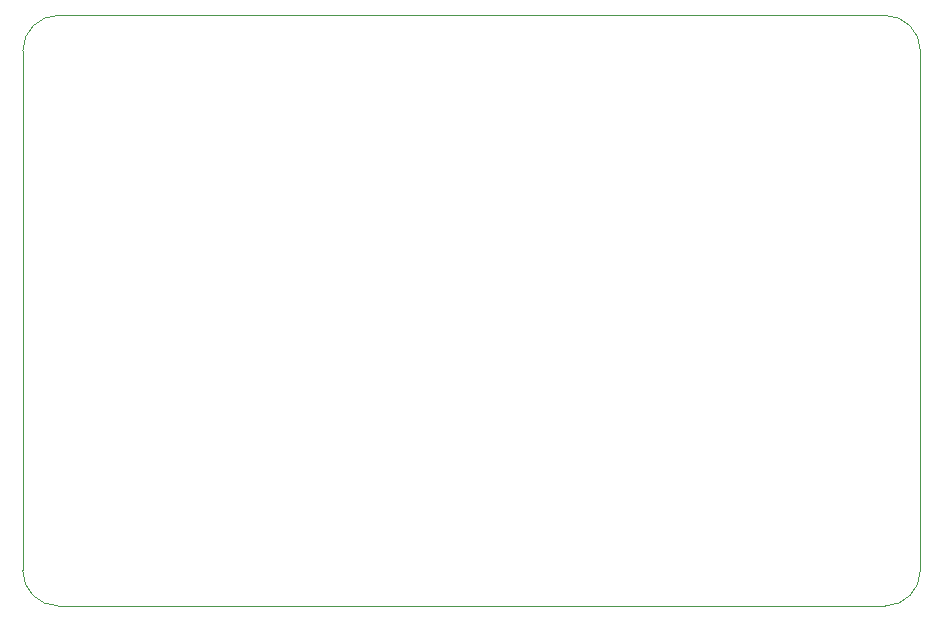
<source format=gbr>
%TF.GenerationSoftware,KiCad,Pcbnew,9.0.7*%
%TF.CreationDate,2026-02-21T00:44:39-08:00*%
%TF.ProjectId,matrix-driver,6d617472-6978-42d6-9472-697665722e6b,rev?*%
%TF.SameCoordinates,Original*%
%TF.FileFunction,Profile,NP*%
%FSLAX46Y46*%
G04 Gerber Fmt 4.6, Leading zero omitted, Abs format (unit mm)*
G04 Created by KiCad (PCBNEW 9.0.7) date 2026-02-21 00:44:39*
%MOMM*%
%LPD*%
G01*
G04 APERTURE LIST*
%TA.AperFunction,Profile*%
%ADD10C,0.050000*%
%TD*%
G04 APERTURE END LIST*
D10*
X173000001Y-140000000D02*
G75*
G02*
X170000001Y-143000001I-3000001J0D01*
G01*
X96999999Y-95999999D02*
G75*
G02*
X99999999Y-92999999I3000001J-1D01*
G01*
X170000000Y-93000000D02*
X99999999Y-92999999D01*
X96999999Y-95999999D02*
X97000001Y-139999999D01*
X100000000Y-143000000D02*
X170000001Y-143000000D01*
X99999999Y-143000000D02*
G75*
G02*
X97000000Y-140000000I1J3000000D01*
G01*
X173000001Y-140000000D02*
X173000000Y-96000000D01*
X170000000Y-93000000D02*
G75*
G02*
X173000000Y-96000000I0J-3000000D01*
G01*
M02*

</source>
